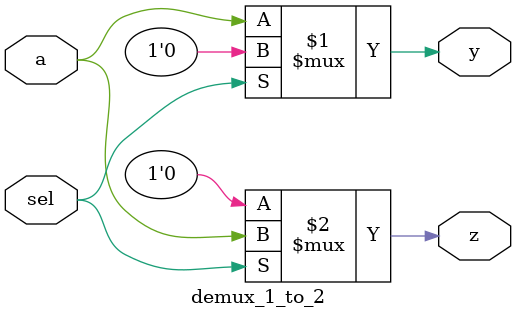
<source format=v>
`timescale 1ns / 1ps


module demux_1_to_2(
    input a,
    input sel,
    output y,
    output z
    );
    
    assign y = (sel) ? 1'b0 : a;
    assign z = (sel) ? a : 1'b0;
endmodule

</source>
